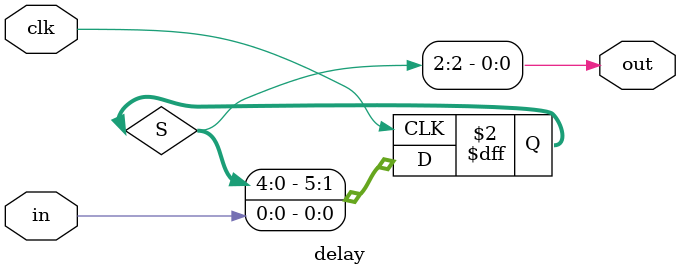
<source format=v>
module delay (
    input clk,
    input in,
    output out
);

reg [5:0] S;
assign out = S[2]; // how many cycles?

always @(posedge clk) 
    S <= {S[4:0], in};

endmodule

</source>
